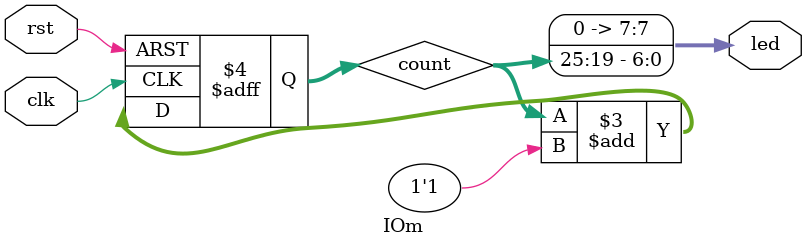
<source format=v>
`timescale 1ns / 1ps


module IOm(
    input clk,
    input rst,
    output [7:0] led
);
reg [25:0]count;
wire rst_but =~ rst;
always @(posedge clk or posedge rst_but) begin
if (rst_but)
    count <= 1'b0;
else
    count <= count + 1'b1;
end
assign led[7:0] = count[25:19];
endmodule

</source>
